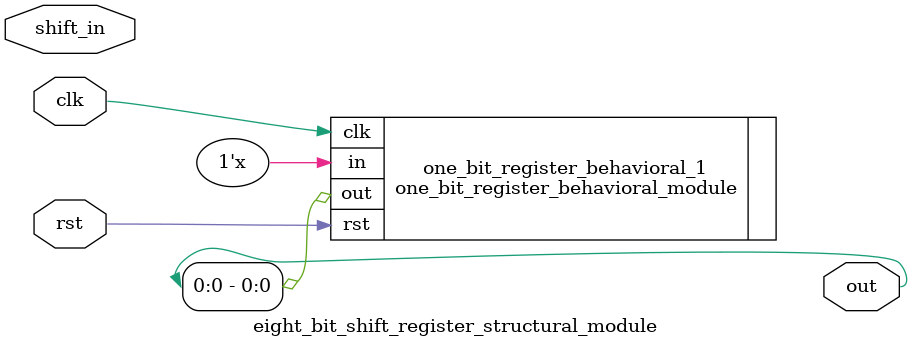
<source format=v>
module eight_bit_shift_register_structural_module(shift_in, clk, rst, out);

  input shift_in;
  input clk;
  input rst;

  output [7:0] out;
  reg [7:0] out;

  one_bit_register_behavioral_module one_bit_register_behavioral_1(.in(in[0]), .clk(clk), .rst(rst), .out(out[0]));

endmodule
</source>
